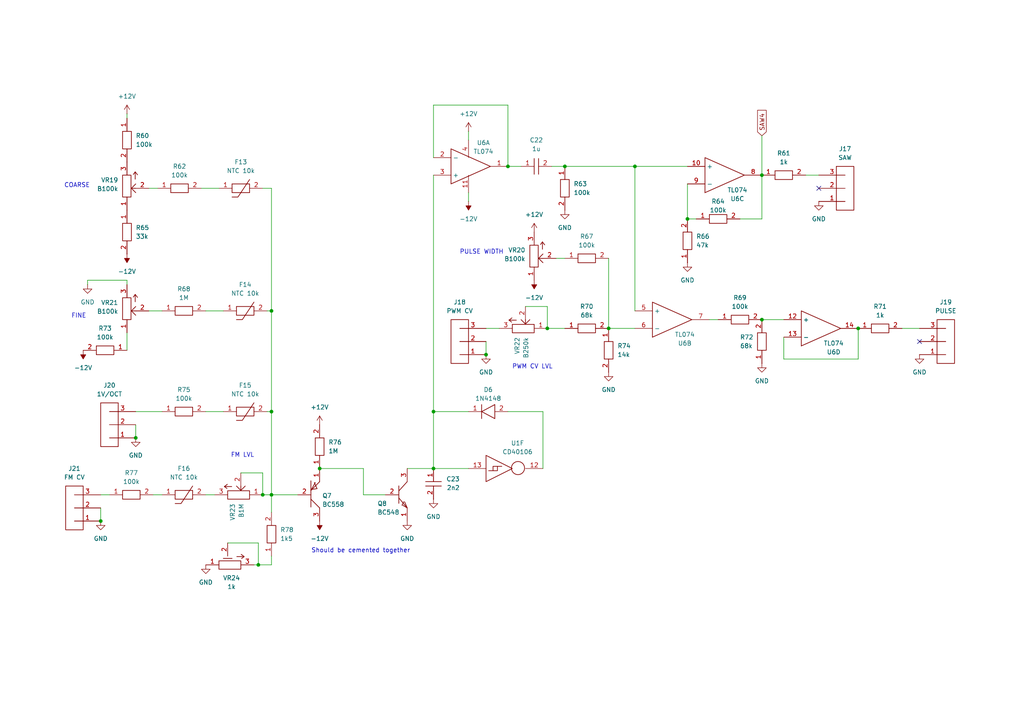
<source format=kicad_sch>
(kicad_sch (version 20250114) (generator "eeschema") (generator_version "9.0")
  (paper "A4")
  (lib_symbols
    (symbol "V_Connector:CONN_3"
      (property "Reference" "J" (at -5.08 11.43 0))
      (property "Value" "CONN_3" (at -5.08 8.89 0))
      (symbol "CONN_3_0_0"
        (rectangle (start 0 6.35) (end 5.08 -6.35) (stroke (width 0.2032)))
      )
      (symbol "CONN_3_1_0"
        (pin unspecified line (at -5.08 3.81 0) (length 7.62) (name "~") (number "1"))
        (pin unspecified line (at -5.08 0 0) (length 7.62) (name "~") (number "2"))
        (pin unspecified line (at -5.08 -3.81 0) (length 7.62) (name "~") (number "3"))
      )
    )
    (symbol "V_Diode:1N4148"
      (property "Reference" "D" (at -1.905 10.795 0))
      (property "Value" "1N4148" (at -1.905 8.255 0))
      (symbol "1N4148_0_0"
        (polyline (pts (xy -2.032 2.54) (xy 2.032 2.54)) (stroke (width 0.2032)))
        (polyline (pts (xy -2.032 -1.27) (xy 2.032 -1.27)) (stroke (width 0.2032)))
        (polyline (pts (xy 0 -1.27) (xy -2.032 2.54)) (stroke (width 0.2032)))
        (polyline (pts (xy 2.032 2.54) (xy 0 -1.27)) (stroke (width 0.2032)))
      )
      (symbol "1N4148_1_0"
        (pin unspecified line (at 0 6.35 270) (length 3.81) (name "~") (number "2"))
        (pin unspecified line (at 0 -5.08 90) (length 3.81) (name "~") (number "1"))
      )
    )
    (symbol "V_Linear:TL074,_TL084,_LF347_ETC"
      (property "Reference" "U" (at -10.795 12.7 0))
      (property "Value" "TL074,_TL084,_LF347_ETC" (at -10.795 10.16 0))
      (symbol "TL074,_TL084,_LF347_ETC_0_0"
        (polyline (pts (xy -6.35 5.08) (xy 5.08 0) (xy -6.35 -5.08) (xy -6.35 5.08)) (stroke (width 0.2032)))
      )
      (symbol "TL074,_TL084,_LF347_ETC_1_0"
        (pin unspecified line (at -11.43 2.54 0) (length 5.08) (name "-") (number "2"))
        (pin unspecified line (at -11.43 -2.54 0) (length 5.08) (name "+") (number "3"))
        (pin power_in line (at -1.27 7.62 270) (length 5.08) (name "~") (number "4"))
        (pin power_in line (at -1.27 -7.62 90) (length 5.08) (name "~") (number "11"))
        (pin unspecified line (at 10.16 0 180) (length 5.08) (name "~") (number "1"))
      )
      (symbol "TL074,_TL084,_LF347_ETC_2_0"
        (pin unspecified line (at -11.43 2.54 0) (length 5.08) (name "-") (number "6"))
        (pin unspecified line (at -11.43 -2.54 0) (length 5.08) (name "+") (number "5"))
        (pin unspecified line (at 10.16 0 180) (length 5.08) (name "~") (number "7"))
      )
      (symbol "TL074,_TL084,_LF347_ETC_3_0"
        (pin unspecified line (at -11.43 2.54 0) (length 5.08) (name "-") (number "9"))
        (pin unspecified line (at -11.43 -2.54 0) (length 5.08) (name "+") (number "10"))
        (pin unspecified line (at 10.16 0 180) (length 5.08) (name "~") (number "8"))
      )
      (symbol "TL074,_TL084,_LF347_ETC_4_0"
        (pin unspecified line (at -11.43 2.54 0) (length 5.08) (name "-") (number "13"))
        (pin unspecified line (at -11.43 -2.54 0) (length 5.08) (name "+") (number "12"))
        (pin unspecified line (at 10.16 0 180) (length 5.08) (name "~") (number "14"))
      )
    )
    (symbol "V_Logic:CD40106"
      (property "Reference" "U" (at -10.795 12.7 0))
      (property "Value" "CD40106" (at -10.795 10.16 0))
      (symbol "CD40106_0_0"
        (polyline (pts (xy -6.35 3.81) (xy -6.35 -3.81) (xy 1.27 0) (xy -6.35 3.81)) (stroke (width 0.2032)))
        (polyline (pts (xy -4.318 -0.635) (xy -4.318 0.635) (xy -1.778 0.635)) (stroke (width 0.2032)))
        (polyline (pts (xy -3.048 0.635) (xy -3.048 -0.635) (xy -5.588 -0.635)) (stroke (width 0.2032)))
        (circle (center 2.921 0.127) (radius 1.905) (stroke (width 0.2032)))
      )
      (symbol "CD40106_1_0"
        (pin unspecified line (at -11.43 0 0) (length 5.08) (name "~") (number "1"))
        (pin unspecified line (at -2.54 7.62 270) (length 5.08) (name "~") (number "14"))
        (pin unspecified line (at -2.54 -7.62 90) (length 5.08) (name "~") (number "7"))
        (pin unspecified line (at 10.16 0 180) (length 5.08) (name "~") (number "2"))
      )
      (symbol "CD40106_2_0"
        (pin unspecified line (at -11.43 0 0) (length 5.08) (name "~") (number "3"))
        (pin unspecified line (at 10.16 0 180) (length 5.08) (name "~") (number "4"))
      )
      (symbol "CD40106_3_0"
        (pin unspecified line (at -11.43 0 0) (length 5.08) (name "~") (number "5"))
        (pin unspecified line (at 10.16 0 180) (length 5.08) (name "~") (number "6"))
      )
      (symbol "CD40106_4_0"
        (pin unspecified line (at -11.43 0 0) (length 5.08) (name "~") (number "9"))
        (pin unspecified line (at 10.16 0 180) (length 5.08) (name "~") (number "8"))
      )
      (symbol "CD40106_5_0"
        (pin unspecified line (at -11.43 0 0) (length 5.08) (name "~") (number "11"))
        (pin unspecified line (at 10.16 0 180) (length 5.08) (name "~") (number "10"))
      )
      (symbol "CD40106_6_0"
        (pin unspecified line (at -11.43 0 0) (length 5.08) (name "~") (number "13"))
        (pin unspecified line (at 10.16 0 180) (length 5.08) (name "~") (number "12"))
      )
    )
    (symbol "V_Passive:C"
      (property "Reference" "C" (at -2.54 9.525 0))
      (property "Value" "C" (at -2.54 6.985 0))
      (symbol "C_0_0"
        (polyline (pts (xy -2.286 1.27) (xy 2.286 1.27)) (stroke (width 0.2032)))
        (polyline (pts (xy -2.286 0) (xy 2.286 0)) (stroke (width 0.2032)))
      )
      (symbol "C_1_0"
        (pin unspecified line (at 0 5.08 270) (length 3.81) (name "~") (number "1"))
        (pin unspecified line (at 0 -3.81 90) (length 3.81) (name "~") (number "2"))
      )
    )
    (symbol "V_Passive:MOV"
      (property "Reference" "F" (at -2.54 11.43 0))
      (property "Value" "MOV" (at -2.54 8.89 0))
      (symbol "MOV_0_0"
        (polyline (pts (xy -2.54 2.54) (xy -2.54 0.8382) (xy 2.54 -2.54)) (stroke (width 0.2032)))
        (rectangle (start -1.27 2.54) (end 1.27 -2.54) (stroke (width 0.2032)))
      )
      (symbol "MOV_1_0"
        (pin unspecified line (at 0 6.35 270) (length 3.81) (name "~") (number "1"))
        (pin unspecified line (at 0 -6.35 90) (length 3.81) (name "~") (number "2"))
      )
    )
    (symbol "V_Passive:R"
      (property "Reference" "R" (at -1.27 11.43 0))
      (property "Value" "R" (at -1.27 8.89 0))
      (symbol "R_0_0"
        (rectangle (start -1.27 2.54) (end 1.27 -2.54) (stroke (width 0.2032)))
      )
      (symbol "R_1_0"
        (pin unspecified line (at 0 6.35 270) (length 3.81) (name "~") (number "1"))
        (pin unspecified line (at 0 -6.35 90) (length 3.81) (name "~") (number "2"))
      )
    )
    (symbol "V_Passive:RT"
      (property "Reference" "VR" (at -3.81 12.065 0))
      (property "Value" "RT" (at -3.81 9.525 0))
      (symbol "RT_0_0"
        (polyline (pts (xy 0.1524 4.7752) (xy 0.7112 4.0132)) (stroke (width 0.2032)))
        (polyline (pts (xy 0.1524 2.6416) (xy 0.1524 4.7752) (xy -0.508 3.9116)) (stroke (width 0.2032)))
        (polyline (pts (xy 0.6604 -1.27) (xy 0.6604 1.27)) (stroke (width 0.2032)))
        (rectangle (start 1.3716 3.81) (end 3.81 -2.54) (stroke (width 0.2032)))
      )
      (symbol "RT_1_0"
        (pin unspecified line (at -3.81 0 0) (length 3.81) (name "~") (number "2"))
        (pin unspecified line (at 2.54 7.62 270) (length 3.81) (name "~") (number "3"))
        (pin unspecified line (at 2.54 -6.35 90) (length 3.81) (name "~") (number "1"))
      )
    )
    (symbol "V_Passive:RV"
      (property "Reference" "VR" (at -3.81 12.065 0))
      (property "Value" "RV" (at -3.81 9.525 0))
      (symbol "RV_0_0"
        (polyline (pts (xy 0 1.27) (xy 1.27 0) (xy 0 -1.27)) (stroke (width 0.2032)))
        (polyline (pts (xy 0 0) (xy 1.27 0)) (stroke (width 0.2032)))
        (polyline (pts (xy 0.1524 4.7752) (xy 0.7112 4.0132)) (stroke (width 0.2032)))
        (polyline (pts (xy 0.1524 2.6416) (xy 0.1524 4.7752) (xy -0.508 3.9116)) (stroke (width 0.2032)))
        (rectangle (start 1.3716 3.81) (end 3.81 -2.54) (stroke (width 0.2032)))
      )
      (symbol "RV_1_0"
        (pin unspecified line (at -3.81 0 0) (length 3.81) (name "~") (number "2"))
        (pin unspecified line (at 2.54 7.62 270) (length 3.81) (name "~") (number "3"))
        (pin unspecified line (at 2.54 -6.35 90) (length 3.81) (name "~") (number "1"))
      )
    )
    (symbol "V_Transistor:BC547{brace}slash}BC548{brace}slash}BC549"
      (property "Reference" "Q" (at -7.62 8.255 0))
      (property "Value" "BC547{brace}slash}BC548{brace}slash}BC549" (at -7.62 5.715 0))
      (symbol "BC547{brace}slash}BC548{brace}slash}BC549_0_0"
        (polyline (pts (xy -2.5908 1.3716) (xy 2.4892 1.3716)) (stroke (width 0.2032)))
        (polyline (pts (xy -1.1684 1.4224) (xy -3.81 3.81)) (stroke (width 0.2032)))
        (polyline (pts (xy 0.9652 1.4224) (xy 3.81 3.81)) (stroke (width 0.2032)))
        (polyline (pts (xy 2.032 3.048) (xy 3.81 3.81)) (stroke (width 0.2032)))
        (polyline (pts (xy 2.032 2.794) (xy 3.048 2.286)) (stroke (width 0.2032)))
        (polyline (pts (xy 3.048 2.54) (xy 3.81 3.81)) (stroke (width 0.2032)))
      )
      (symbol "BC547{brace}slash}BC548{brace}slash}BC549_1_0"
        (pin unspecified line (at -7.62 3.81 0) (length 3.81) (name "~") (number "3"))
        (pin unspecified line (at 0 -2.54 90) (length 3.81) (name "~") (number "2"))
        (pin unspecified line (at 7.62 3.81 180) (length 3.81) (name "~") (number "1"))
      )
    )
    (symbol "V_Transistor:BC557{brace}slash}BC558{brace}slash}BC559"
      (property "Reference" "Q" (at -7.62 8.255 0))
      (property "Value" "BC557{brace}slash}BC558{brace}slash}BC559" (at -7.62 5.715 0))
      (symbol "BC557{brace}slash}BC558{brace}slash}BC559_0_0"
        (polyline (pts (xy -3.556 1.27) (xy 4.064 1.27)) (stroke (width 0.2032)))
        (polyline (pts (xy -1.27 1.27) (xy -3.81 3.81)) (stroke (width 0.2032)))
        (polyline (pts (xy 1.27 1.27) (xy 3.81 3.81)) (stroke (width 0.2032)))
        (polyline (pts (xy 1.778 3.048) (xy 1.524 1.27)) (stroke (width 0.2032)))
        (polyline (pts (xy 1.778 3.048) (xy 3.556 2.286)) (stroke (width 0.2032)))
        (polyline (pts (xy 3.556 2.54) (xy 1.27 1.27)) (stroke (width 0.2032)))
      )
      (symbol "BC557{brace}slash}BC558{brace}slash}BC559_1_0"
        (pin unspecified line (at -7.62 3.81 0) (length 3.81) (name "~") (number "3"))
        (pin unspecified line (at 0 -2.54 90) (length 3.81) (name "~") (number "2"))
        (pin unspecified line (at 7.62 3.81 180) (length 3.81) (name "~") (number "1"))
      )
    )
    (symbol "power:+15V" (power) (pin_numbers (hide yes)) (pin_names (offset 0) (hide yes))
      (property "Value" "+15V" (at 0 3.556 0))
      (symbol "+15V_0_1"
        (polyline (pts (xy -0.762 1.27) (xy 0 2.54)))
        (polyline (pts (xy 0 2.54) (xy 0.762 1.27)))
        (polyline (pts (xy 0 0) (xy 0 2.54)))
      )
      (symbol "+15V_1_1"
        (pin power_in line (at 0 0 90) (length 0) (name "~") (number "1"))
      )
    )
    (symbol "power:-15V" (power) (pin_numbers (hide yes)) (pin_names (offset 0) (hide yes))
      (property "Value" "-15V" (at 0 3.556 0))
      (symbol "-15V_0_0"
        (pin power_in line (at 0 0 90) (length 0) (name "~") (number "1"))
      )
      (symbol "-15V_0_1"
        (polyline (pts (xy 0 0) (xy 0 1.27) (xy 0.762 1.27) (xy 0 2.54) (xy -0.762 1.27) (xy 0 1.27)) (fill (type outline)))
      )
    )
    (symbol "power:GND" (power) (pin_numbers (hide yes)) (pin_names (offset 0) (hide yes))
      (property "Value" "GND" (at 0 -3.81 0))
      (symbol "GND_0_1"
        (polyline (pts (xy 0 0) (xy 0 -1.27) (xy 1.27 -1.27) (xy 0 -2.54) (xy -1.27 -1.27) (xy 0 -1.27)))
      )
      (symbol "GND_1_1"
        (pin power_in line (at 0 0 270) (length 0) (name "~") (number "1"))
      )
    )
  )
  (text "COARSE\n" (at 22.352 53.848 0) (effects (font (size 1.27 1.27))))
  (text "FM LVL" (at 70.358 132.08 0) (effects (font (size 1.27 1.27))))
  (text "Should be cemented together" (at 104.648 159.766 0) (effects (font (size 1.27 1.27))))
  (text "PWM CV LVL" (at 154.432 106.426 0) (effects (font (size 1.27 1.27))))
  (text "PULSE WIDTH\n" (at 139.7 73.152 0) (effects (font (size 1.27 1.27))))
  (text "FINE" (at 22.86 91.694 0) (effects (font (size 1.27 1.27))))
  (junction (at 220.98 92.71))
  (junction (at 158.75 95.25))
  (junction (at 92.71 135.89))
  (junction (at 248.92 95.25))
  (junction (at 147.32 48.26))
  (junction (at 78.74 90.17))
  (junction (at 29.21 151.13))
  (junction (at 176.53 95.25))
  (junction (at 199.39 63.5))
  (junction (at 140.97 102.87))
  (junction (at 39.37 127))
  (junction (at 125.73 119.38))
  (junction (at 163.83 48.26))
  (junction (at 78.74 143.51))
  (junction (at 76.2 143.51))
  (junction (at 78.74 119.38))
  (junction (at 184.15 48.26))
  (junction (at 74.93 163.83))
  (junction (at 220.98 50.8))
  (junction (at 125.73 135.89))
  (no_connect (at 237.49 54.61))
  (no_connect (at 266.7 99.06))
  (wire (pts (xy 39.37 123.19) (xy 39.37 127)))
  (wire (pts (xy 25.4 81.28) (xy 36.83 81.28)))
  (wire (pts (xy 78.74 90.17) (xy 78.74 119.38)))
  (wire (pts (xy 184.15 48.26) (xy 184.15 90.17)))
  (wire (pts (xy 140.97 99.06) (xy 140.97 102.87)))
  (wire (pts (xy 147.32 30.48) (xy 147.32 48.26)))
  (wire (pts (xy 176.53 95.25) (xy 184.15 95.25)))
  (wire (pts (xy 125.73 50.8) (xy 125.73 119.38)))
  (wire (pts (xy 220.98 63.5) (xy 220.98 50.8)))
  (wire (pts (xy 176.53 74.93) (xy 176.53 95.25)))
  (wire (pts (xy 105.41 143.51) (xy 111.76 143.51)))
  (wire (pts (xy 78.74 143.51) (xy 78.74 148.59)))
  (wire (pts (xy 125.73 119.38) (xy 125.73 135.89)))
  (wire (pts (xy 92.71 135.89) (xy 105.41 135.89)))
  (wire (pts (xy 78.74 143.51) (xy 78.74 119.38)))
  (wire (pts (xy 118.11 135.89) (xy 125.73 135.89)))
  (wire (pts (xy 44.45 143.51) (xy 46.99 143.51)))
  (wire (pts (xy 184.15 48.26) (xy 199.39 48.26)))
  (wire (pts (xy 74.93 157.48) (xy 74.93 163.83)))
  (wire (pts (xy 58.42 54.61) (xy 63.5 54.61)))
  (wire (pts (xy 36.83 81.28) (xy 36.83 82.55)))
  (wire (pts (xy 233.68 50.8) (xy 237.49 50.8)))
  (wire (pts (xy 147.32 48.26) (xy 151.13 48.26)))
  (wire (pts (xy 220.98 39.37) (xy 220.98 50.8)))
  (wire (pts (xy 163.83 48.26) (xy 184.15 48.26)))
  (wire (pts (xy 39.37 119.38) (xy 46.99 119.38)))
  (wire (pts (xy 125.73 30.48) (xy 147.32 30.48)))
  (wire (pts (xy 261.62 95.25) (xy 266.7 95.25)))
  (wire (pts (xy 78.74 54.61) (xy 78.74 90.17)))
  (wire (pts (xy 78.74 163.83) (xy 78.74 161.29)))
  (wire (pts (xy 157.48 135.89) (xy 157.48 119.38)))
  (wire (pts (xy 140.97 95.25) (xy 144.78 95.25)))
  (wire (pts (xy 161.29 74.93) (xy 163.83 74.93)))
  (wire (pts (xy 36.83 96.52) (xy 36.83 101.6)))
  (wire (pts (xy 214.63 63.5) (xy 220.98 63.5)))
  (wire (pts (xy 135.89 119.38) (xy 125.73 119.38)))
  (wire (pts (xy 43.18 90.17) (xy 46.99 90.17)))
  (wire (pts (xy 74.93 163.83) (xy 78.74 163.83)))
  (wire (pts (xy 199.39 53.34) (xy 199.39 63.5)))
  (wire (pts (xy 227.33 97.79) (xy 227.33 104.14)))
  (wire (pts (xy 157.48 119.38) (xy 147.32 119.38)))
  (wire (pts (xy 36.83 34.29) (xy 36.83 33.02)))
  (wire (pts (xy 199.39 63.5) (xy 201.93 63.5)))
  (wire (pts (xy 105.41 135.89) (xy 105.41 143.51)))
  (wire (pts (xy 135.89 55.88) (xy 135.89 58.42)))
  (wire (pts (xy 76.2 137.16) (xy 76.2 143.51)))
  (wire (pts (xy 29.21 147.32) (xy 29.21 151.13)))
  (wire (pts (xy 29.21 143.51) (xy 31.75 143.51)))
  (wire (pts (xy 220.98 92.71) (xy 227.33 92.71)))
  (wire (pts (xy 158.75 95.25) (xy 163.83 95.25)))
  (wire (pts (xy 59.69 90.17) (xy 64.77 90.17)))
  (wire (pts (xy 152.4 88.9) (xy 158.75 88.9)))
  (wire (pts (xy 45.72 54.61) (xy 43.18 54.61)))
  (wire (pts (xy 76.2 54.61) (xy 78.74 54.61)))
  (wire (pts (xy 125.73 45.72) (xy 125.73 30.48)))
  (wire (pts (xy 160.02 48.26) (xy 163.83 48.26)))
  (wire (pts (xy 66.04 157.48) (xy 74.93 157.48)))
  (wire (pts (xy 78.74 143.51) (xy 86.36 143.51)))
  (wire (pts (xy 78.74 119.38) (xy 77.47 119.38)))
  (wire (pts (xy 25.4 82.55) (xy 25.4 81.28)))
  (wire (pts (xy 78.74 90.17) (xy 77.47 90.17)))
  (wire (pts (xy 59.69 119.38) (xy 64.77 119.38)))
  (wire (pts (xy 248.92 104.14) (xy 248.92 95.25)))
  (wire (pts (xy 125.73 135.89) (xy 135.89 135.89)))
  (wire (pts (xy 205.74 92.71) (xy 208.28 92.71)))
  (wire (pts (xy 76.2 143.51) (xy 78.74 143.51)))
  (wire (pts (xy 135.89 38.1) (xy 135.89 40.64)))
  (wire (pts (xy 59.69 143.51) (xy 62.23 143.51)))
  (wire (pts (xy 227.33 104.14) (xy 248.92 104.14)))
  (wire (pts (xy 158.75 88.9) (xy 158.75 95.25)))
  (wire (pts (xy 73.66 163.83) (xy 74.93 163.83)))
  (wire (pts (xy 69.85 137.16) (xy 76.2 137.16)))
  (global_label "SAW4" (shape input) (at 220.98 39.37 90) (property "Intersheetrefs" "${INTERSHEET_REFS}" (effects (hide yes))))
  (symbol (lib_id "V_Passive:R") (at 208.28 63.5 90) (unit 1)
    (property "Reference" "R64" (at 208.28 58.42 90))
    (property "Value" "100k" (at 208.28 60.96 90))
    (property "Footprint" "AX3_1" (effects (hide yes)))
  )
  (symbol (lib_id "V_Passive:R") (at 170.18 95.25 90) (unit 1)
    (property "Reference" "R70" (at 170.18 88.9 90))
    (property "Value" "68k" (at 170.18 91.44 90))
    (property "Footprint" "AX3_1" (effects (hide yes)))
  )
  (symbol (lib_id "power:GND") (at 39.37 127 0) (unit 1)
    (property "Reference" "#PWR094" (effects (hide yes)))
    (property "Value" "GND" (at 39.37 132.08 0))
    (property "Description" "Power symbol creates a global label with name \"GND\" , ground" (effects (hide yes)))
  )
  (symbol (lib_id "V_Passive:C") (at 156.21 48.26 90) (unit 1)
    (property "Reference" "C22" (at 155.575 40.64 90))
    (property "Value" "1u" (at 155.575 43.18 90))
    (property "Footprint" "BOX1_3" (effects (hide yes)))
  )
  (symbol (lib_id "V_Linear:TL074,_TL084,_LF347_ETC") (at 195.58 92.71 0) (mirror x) (unit 2)
    (property "Reference" "U6" (at 198.628 99.568 0))
    (property "Value" "TL074" (at 198.628 97.028 0))
    (property "Footprint" "DIP14" (effects (hide yes)))
  )
  (symbol (lib_id "power:GND") (at 237.49 58.42 0) (unit 1)
    (property "Reference" "#PWR081" (effects (hide yes)))
    (property "Value" "GND" (at 237.49 63.5 0))
    (property "Description" "Power symbol creates a global label with name \"GND\" , ground" (effects (hide yes)))
  )
  (symbol (lib_id "V_Passive:MOV") (at 53.34 143.51 90) (unit 1)
    (property "Reference" "F16" (at 53.34 135.89 90))
    (property "Value" "NTC 10k" (at 53.34 138.43 90))
    (property "Footprint" "AX3_1" (effects (hide yes)))
  )
  (symbol (lib_id "V_Passive:R") (at 53.34 90.17 90) (unit 1)
    (property "Reference" "R68" (at 53.34 83.82 90))
    (property "Value" "1M" (at 53.34 86.36 90))
    (property "Footprint" "AX3_1" (effects (hide yes)))
  )
  (symbol (lib_id "V_Connector:CONN_3") (at 135.89 99.06 180) (unit 1)
    (property "Reference" "J18" (at 133.35 87.63 0))
    (property "Value" "PWM CV" (at 133.35 90.17 0))
    (property "Footprint" "THONK" (effects (hide yes)))
  )
  (symbol (lib_id "V_Passive:R") (at 176.53 101.6 0) (unit 1)
    (property "Reference" "R74" (at 179.07 100.3299 0) (effects (justify left)))
    (property "Value" "14k" (at 179.07 102.8699 0) (effects (justify left)))
    (property "Footprint" "AX3_1" (effects (hide yes)))
  )
  (symbol (lib_id "V_Passive:RV") (at 39.37 90.17 0) (mirror y) (unit 1)
    (property "Reference" "VR21" (at 34.29 87.7823 0) (effects (justify left)))
    (property "Value" "B100k" (at 34.29 90.3223 0) (effects (justify left)))
    (property "Footprint" "POT6_5" (effects (hide yes)))
  )
  (symbol (lib_id "V_Passive:MOV") (at 71.12 119.38 90) (unit 1)
    (property "Reference" "F15" (at 71.12 111.76 90))
    (property "Value" "NTC 10k" (at 71.12 114.3 90))
    (property "Footprint" "AX3_1" (effects (hide yes)))
  )
  (symbol (lib_id "V_Passive:R") (at 255.27 95.25 90) (unit 1)
    (property "Reference" "R71" (at 255.27 88.9 90))
    (property "Value" "1k" (at 255.27 91.44 90))
    (property "Footprint" "AX3_1" (effects (hide yes)))
  )
  (symbol (lib_id "V_Linear:TL074,_TL084,_LF347_ETC") (at 210.82 50.8 0) (mirror x) (unit 3)
    (property "Reference" "U6" (at 213.868 57.658 0))
    (property "Value" "TL074" (at 213.868 55.118 0))
    (property "Footprint" "DIP14" (effects (hide yes)))
  )
  (symbol (lib_id "V_Passive:RV") (at 157.48 74.93 0) (mirror y) (unit 1)
    (property "Reference" "VR20" (at 152.4 72.5423 0) (effects (justify left)))
    (property "Value" "B100k" (at 152.4 75.0823 0) (effects (justify left)))
    (property "Footprint" "POT6_5" (effects (hide yes)))
  )
  (symbol (lib_id "V_Passive:R") (at 220.98 99.06 180) (unit 1)
    (property "Reference" "R72" (at 214.63 97.79 0) (effects (justify right)))
    (property "Value" "68k" (at 214.63 100.33 0) (effects (justify right)))
    (property "Footprint" "AX3_1" (effects (hide yes)))
  )
  (symbol (lib_id "V_Passive:R") (at 78.74 154.94 180) (unit 1)
    (property "Reference" "R78" (at 81.28 153.6699 0) (effects (justify right)))
    (property "Value" "1k5" (at 81.28 156.2099 0) (effects (justify right)))
    (property "Footprint" "AX3_1" (effects (hide yes)))
  )
  (symbol (lib_id "V_Passive:R") (at 227.33 50.8 90) (unit 1)
    (property "Reference" "R61" (at 227.33 44.45 90))
    (property "Value" "1k" (at 227.33 46.99 90))
    (property "Footprint" "AX3_1" (effects (hide yes)))
  )
  (symbol (lib_id "V_Linear:TL074,_TL084,_LF347_ETC") (at 137.16 48.26 0) (unit 1)
    (property "Reference" "U6" (at 140.208 41.402 0))
    (property "Value" "TL074" (at 140.208 43.942 0))
    (property "Footprint" "DIP14" (effects (hide yes)))
  )
  (symbol (lib_id "V_Passive:R") (at 36.83 67.31 0) (unit 1)
    (property "Reference" "R65" (at 39.37 66.0399 0) (effects (justify left)))
    (property "Value" "33k" (at 39.37 68.5799 0) (effects (justify left)))
    (property "Footprint" "AX3_1" (effects (hide yes)))
  )
  (symbol (lib_id "power:+15V") (at 36.83 33.02 0) (unit 1)
    (property "Reference" "#PWR078" (effects (hide yes)))
    (property "Value" "+12V" (at 36.83 27.94 0))
    (property "Description" "Power symbol creates a global label with name \"+15V\"" (effects (hide yes)))
  )
  (symbol (lib_id "V_Passive:RV") (at 69.85 140.97 90) (mirror x) (unit 1)
    (property "Reference" "VR23" (at 67.4623 146.05 0) (effects (justify left)))
    (property "Value" "B1M" (at 70.0023 146.05 0) (effects (justify left)))
    (property "Footprint" "POT6_5" (effects (hide yes)))
  )
  (symbol (lib_id "power:-15V") (at 135.89 58.42 180) (unit 1)
    (property "Reference" "#PWR080" (effects (hide yes)))
    (property "Value" "-12V" (at 135.89 63.5 0))
    (property "Description" "Power symbol creates a global label with name \"-15V\"" (effects (hide yes)))
  )
  (symbol (lib_id "V_Connector:CONN_3") (at 24.13 147.32 180) (unit 1)
    (property "Reference" "J21" (at 21.59 135.89 0))
    (property "Value" "FM CV" (at 21.59 138.43 0))
    (property "Footprint" "THONK" (effects (hide yes)))
  )
  (symbol (lib_id "V_Linear:TL074,_TL084,_LF347_ETC") (at 238.76 95.25 0) (mirror x) (unit 4)
    (property "Reference" "U6" (at 241.808 102.108 0))
    (property "Value" "TL074" (at 241.808 99.568 0))
    (property "Footprint" "DIP14" (effects (hide yes)))
  )
  (symbol (lib_id "power:+15V") (at 135.89 38.1 0) (unit 1)
    (property "Reference" "#PWR079" (effects (hide yes)))
    (property "Value" "+12V" (at 135.89 33.02 0))
    (property "Description" "Power symbol creates a global label with name \"+15V\"" (effects (hide yes)))
  )
  (symbol (lib_id "power:GND") (at 266.7 102.87 0) (unit 1)
    (property "Reference" "#PWR090" (effects (hide yes)))
    (property "Value" "GND" (at 266.7 107.95 0))
    (property "Description" "Power symbol creates a global label with name \"GND\" , ground" (effects (hide yes)))
  )
  (symbol (lib_id "V_Passive:C") (at 125.73 140.97 0) (unit 1)
    (property "Reference" "C23" (at 133.35 138.938 0) (effects (justify right)))
    (property "Value" "2n2" (at 133.35 141.478 0) (effects (justify right)))
    (property "Footprint" "BOX1_3" (effects (hide yes)))
  )
  (symbol (lib_id "power:-15V") (at 92.71 151.13 180) (unit 1)
    (property "Reference" "#PWR097" (effects (hide yes)))
    (property "Value" "-12V" (at 92.71 156.21 0))
    (property "Description" "Power symbol creates a global label with name \"-15V\"" (effects (hide yes)))
  )
  (symbol (lib_id "V_Passive:R") (at 36.83 40.64 0) (unit 1)
    (property "Reference" "R60" (at 39.37 39.3699 0) (effects (justify left)))
    (property "Value" "100k" (at 39.37 41.9099 0) (effects (justify left)))
    (property "Footprint" "AX3_1" (effects (hide yes)))
  )
  (symbol (lib_id "V_Passive:RT") (at 66.04 161.29 270) (unit 1)
    (property "Reference" "VR24" (at 67.1576 167.64 90))
    (property "Value" "1k" (at 67.1576 170.18 90))
    (property "Footprint" "TRIM6" (effects (hide yes)))
  )
  (symbol (lib_id "V_Passive:R") (at 53.34 119.38 90) (unit 1)
    (property "Reference" "R75" (at 53.34 113.03 90))
    (property "Value" "100k" (at 53.34 115.57 90))
    (property "Footprint" "AX3_1" (effects (hide yes)))
  )
  (symbol (lib_id "V_Connector:CONN_3") (at 34.29 123.19 180) (unit 1)
    (property "Reference" "J20" (at 31.75 111.76 0))
    (property "Value" "1V/OCT" (at 31.75 114.3 0))
    (property "Footprint" "THONK" (effects (hide yes)))
  )
  (symbol (lib_id "V_Passive:R") (at 170.18 74.93 90) (unit 1)
    (property "Reference" "R67" (at 170.18 68.58 90))
    (property "Value" "100k" (at 170.18 71.12 90))
    (property "Footprint" "AX3_1" (effects (hide yes)))
  )
  (symbol (lib_id "V_Logic:CD40106") (at 147.32 135.89 0) (unit 6)
    (property "Reference" "U1" (at 150.114 128.524 0))
    (property "Value" "CD40106" (at 150.114 131.064 0))
    (property "Footprint" "DIP14" (effects (hide yes)))
  )
  (symbol (lib_id "power:+15V") (at 154.94 67.31 0) (unit 1)
    (property "Reference" "#PWR083" (effects (hide yes)))
    (property "Value" "+12V" (at 154.94 62.23 0))
    (property "Description" "Power symbol creates a global label with name \"+15V\"" (effects (hide yes)))
  )
  (symbol (lib_id "power:+15V") (at 92.71 123.19 0) (unit 1)
    (property "Reference" "#PWR093" (effects (hide yes)))
    (property "Value" "+12V" (at 92.71 118.11 0))
    (property "Description" "Power symbol creates a global label with name \"+15V\"" (effects (hide yes)))
  )
  (symbol (lib_id "V_Passive:R") (at 214.63 92.71 90) (unit 1)
    (property "Reference" "R69" (at 214.63 86.36 90))
    (property "Value" "100k" (at 214.63 88.9 90))
    (property "Footprint" "AX3_1" (effects (hide yes)))
  )
  (symbol (lib_id "power:GND") (at 176.53 107.95 0) (unit 1)
    (property "Reference" "#PWR092" (effects (hide yes)))
    (property "Value" "GND" (at 176.53 113.03 0))
    (property "Description" "Power symbol creates a global label with name \"GND\" , ground" (effects (hide yes)))
  )
  (symbol (lib_id "power:-15V") (at 36.83 73.66 180) (unit 1)
    (property "Reference" "#PWR084" (effects (hide yes)))
    (property "Value" "-12V" (at 36.83 78.74 0))
    (property "Description" "Power symbol creates a global label with name \"-15V\"" (effects (hide yes)))
  )
  (symbol (lib_id "power:-15V") (at 24.13 101.6 180) (unit 1)
    (property "Reference" "#PWR088" (effects (hide yes)))
    (property "Value" "-12V" (at 24.13 106.68 0))
    (property "Description" "Power symbol creates a global label with name \"-15V\"" (effects (hide yes)))
  )
  (symbol (lib_id "power:GND") (at 29.21 151.13 0) (unit 1)
    (property "Reference" "#PWR096" (effects (hide yes)))
    (property "Value" "GND" (at 29.21 156.21 0))
    (property "Description" "Power symbol creates a global label with name \"GND\" , ground" (effects (hide yes)))
  )
  (symbol (lib_id "V_Transistor:BC547{brace}slash}BC548{brace}slash}BC549") (at 114.3 143.51 270) (unit 1)
    (property "Reference" "Q8" (at 109.474 146.05 90) (effects (justify left)))
    (property "Value" "BC548" (at 109.474 148.59 90) (effects (justify left)))
    (property "Footprint" "TO92" (effects (hide yes)))
  )
  (symbol (lib_id "V_Passive:R") (at 52.07 54.61 90) (unit 1)
    (property "Reference" "R62" (at 52.07 48.26 90))
    (property "Value" "100k" (at 52.07 50.8 90))
    (property "Footprint" "AX3_1" (effects (hide yes)))
  )
  (symbol (lib_id "V_Passive:R") (at 92.71 129.54 180) (unit 1)
    (property "Reference" "R76" (at 95.25 128.2699 0) (effects (justify right)))
    (property "Value" "1M" (at 95.25 130.8099 0) (effects (justify right)))
    (property "Footprint" "AX3_1" (effects (hide yes)))
  )
  (symbol (lib_id "power:GND") (at 220.98 105.41 0) (unit 1)
    (property "Reference" "#PWR091" (effects (hide yes)))
    (property "Value" "GND" (at 220.98 110.49 0))
    (property "Description" "Power symbol creates a global label with name \"GND\" , ground" (effects (hide yes)))
  )
  (symbol (lib_id "V_Passive:RV") (at 152.4 92.71 90) (mirror x) (unit 1)
    (property "Reference" "VR22" (at 150.0123 97.79 0) (effects (justify left)))
    (property "Value" "B250k" (at 152.5523 97.79 0) (effects (justify left)))
    (property "Footprint" "POT6_5" (effects (hide yes)))
  )
  (symbol (lib_id "power:-15V") (at 154.94 81.28 180) (unit 1)
    (property "Reference" "#PWR086" (effects (hide yes)))
    (property "Value" "-12V" (at 154.94 86.36 0))
    (property "Description" "Power symbol creates a global label with name \"-15V\"" (effects (hide yes)))
  )
  (symbol (lib_id "V_Connector:CONN_3") (at 271.78 99.06 0) (mirror x) (unit 1)
    (property "Reference" "J19" (at 274.32 87.63 0))
    (property "Value" "PULSE" (at 274.32 90.17 0))
    (property "Footprint" "THONK" (effects (hide yes)))
  )
  (symbol (lib_id "power:GND") (at 125.73 144.78 0) (unit 1)
    (property "Reference" "#PWR095" (effects (hide yes)))
    (property "Value" "GND" (at 125.73 149.86 0))
    (property "Description" "Power symbol creates a global label with name \"GND\" , ground" (effects (hide yes)))
  )
  (symbol (lib_id "power:GND") (at 25.4 82.55 0) (unit 1)
    (property "Reference" "#PWR087" (effects (hide yes)))
    (property "Value" "GND" (at 25.4 87.63 0))
    (property "Description" "Power symbol creates a global label with name \"GND\" , ground" (effects (hide yes)))
  )
  (symbol (lib_id "power:GND") (at 140.97 102.87 0) (unit 1)
    (property "Reference" "#PWR089" (effects (hide yes)))
    (property "Value" "GND" (at 140.97 107.95 0))
    (property "Description" "Power symbol creates a global label with name \"GND\" , ground" (effects (hide yes)))
  )
  (symbol (lib_id "V_Transistor:BC557{brace}slash}BC558{brace}slash}BC559") (at 88.9 143.51 270) (mirror x) (unit 1)
    (property "Reference" "Q7" (at 93.472 143.764 90) (effects (justify left)))
    (property "Value" "BC558" (at 93.472 146.304 90) (effects (justify left)))
    (property "Footprint" "TO92" (effects (hide yes)))
  )
  (symbol (lib_id "V_Passive:R") (at 199.39 69.85 180) (unit 1)
    (property "Reference" "R66" (at 201.93 68.5799 0) (effects (justify right)))
    (property "Value" "47k" (at 201.93 71.1199 0) (effects (justify right)))
    (property "Footprint" "AX3_1" (effects (hide yes)))
  )
  (symbol (lib_id "V_Passive:MOV") (at 69.85 54.61 90) (unit 1)
    (property "Reference" "F13" (at 69.85 46.99 90))
    (property "Value" "NTC 10k" (at 69.85 49.53 90))
    (property "Footprint" "AX3_1" (effects (hide yes)))
  )
  (symbol (lib_id "V_Passive:R") (at 30.48 101.6 270) (unit 1)
    (property "Reference" "R73" (at 30.48 95.25 90))
    (property "Value" "100k" (at 30.48 97.79 90))
    (property "Footprint" "AX3_1" (effects (hide yes)))
  )
  (symbol (lib_id "power:GND") (at 163.83 60.96 0) (unit 1)
    (property "Reference" "#PWR082" (effects (hide yes)))
    (property "Value" "GND" (at 163.83 66.04 0))
    (property "Description" "Power symbol creates a global label with name \"GND\" , ground" (effects (hide yes)))
  )
  (symbol (lib_id "V_Passive:MOV") (at 71.12 90.17 90) (unit 1)
    (property "Reference" "F14" (at 71.12 82.55 90))
    (property "Value" "NTC 10k" (at 71.12 85.09 90))
    (property "Footprint" "AX3_1" (effects (hide yes)))
  )
  (symbol (lib_id "V_Passive:RV") (at 39.37 54.61 0) (mirror y) (unit 1)
    (property "Reference" "VR19" (at 34.29 52.2223 0) (effects (justify left)))
    (property "Value" "B100k" (at 34.29 54.7623 0) (effects (justify left)))
    (property "Footprint" "POT5_5" (effects (hide yes)))
  )
  (symbol (lib_id "power:GND") (at 199.39 76.2 0) (unit 1)
    (property "Reference" "#PWR085" (effects (hide yes)))
    (property "Value" "GND" (at 199.39 81.28 0))
    (property "Description" "Power symbol creates a global label with name \"GND\" , ground" (effects (hide yes)))
  )
  (symbol (lib_id "V_Passive:R") (at 38.1 143.51 90) (unit 1)
    (property "Reference" "R77" (at 38.1 137.16 90))
    (property "Value" "100k" (at 38.1 139.7 90))
    (property "Footprint" "AX3_1" (effects (hide yes)))
  )
  (symbol (lib_id "power:GND") (at 118.11 151.13 0) (unit 1)
    (property "Reference" "#PWR098" (effects (hide yes)))
    (property "Value" "GND" (at 118.11 156.21 0))
    (property "Description" "Power symbol creates a global label with name \"GND\" , ground" (effects (hide yes)))
  )
  (symbol (lib_id "V_Connector:CONN_3") (at 242.57 54.61 0) (mirror x) (unit 1)
    (property "Reference" "J17" (at 245.11 43.18 0))
    (property "Value" "SAW" (at 245.11 45.72 0))
    (property "Footprint" "THONK" (effects (hide yes)))
  )
  (symbol (lib_id "V_Passive:R") (at 163.83 54.61 0) (unit 1)
    (property "Reference" "R63" (at 166.37 53.3399 0) (effects (justify left)))
    (property "Value" "100k" (at 166.37 55.8799 0) (effects (justify left)))
    (property "Footprint" "AX3_1" (effects (hide yes)))
  )
  (symbol (lib_id "V_Diode:1N4148") (at 140.97 119.38 270) (unit 1)
    (property "Reference" "D6" (at 141.605 113.03 90))
    (property "Value" "1N4148" (at 141.605 115.57 90))
    (property "Footprint" "AX2_1" (effects (hide yes)))
  )
  (symbol (lib_id "power:GND") (at 59.69 163.83 0) (unit 1)
    (property "Reference" "#PWR099" (effects (hide yes)))
    (property "Value" "GND" (at 59.69 168.91 0))
    (property "Description" "Power symbol creates a global label with name \"GND\" , ground" (effects (hide yes)))
  )
)
</source>
